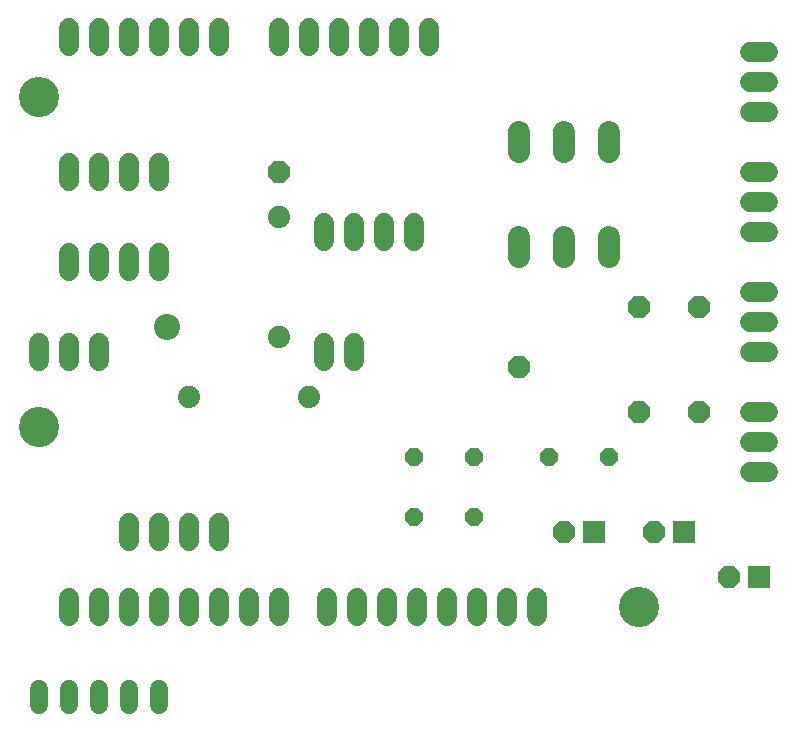
<source format=gbr>
G04 EAGLE Gerber X2 export*
%TF.Part,Single*%
%TF.FileFunction,Soldermask,Bot,1*%
%TF.FilePolarity,Negative*%
%TF.GenerationSoftware,Autodesk,EAGLE,9.1.3*%
%TF.CreationDate,2018-09-07T19:40:15Z*%
G75*
%MOMM*%
%FSLAX34Y34*%
%LPD*%
%AMOC8*
5,1,8,0,0,1.08239X$1,22.5*%
G01*
%ADD10C,1.727200*%
%ADD11C,3.403200*%
%ADD12C,2.203200*%
%ADD13P,1.951982X8X22.500000*%
%ADD14C,1.879600*%
%ADD15C,1.879600*%
%ADD16P,1.649562X8X22.500000*%
%ADD17P,2.034460X8X22.500000*%
%ADD18R,1.879600X1.879600*%
%ADD19C,1.524000*%


D10*
X472440Y45720D02*
X472440Y30480D01*
X447040Y30480D02*
X447040Y45720D01*
X421640Y45720D02*
X421640Y30480D01*
X396240Y30480D02*
X396240Y45720D01*
X370840Y45720D02*
X370840Y30480D01*
X345440Y30480D02*
X345440Y45720D01*
X320040Y45720D02*
X320040Y30480D01*
X294640Y30480D02*
X294640Y45720D01*
X254000Y45720D02*
X254000Y30480D01*
X228600Y30480D02*
X228600Y45720D01*
X203200Y45720D02*
X203200Y30480D01*
X177800Y30480D02*
X177800Y45720D01*
X152400Y45720D02*
X152400Y30480D01*
X127000Y30480D02*
X127000Y45720D01*
X101600Y45720D02*
X101600Y30480D01*
X76200Y30480D02*
X76200Y45720D01*
X381000Y513080D02*
X381000Y528320D01*
X355600Y528320D02*
X355600Y513080D01*
X330200Y513080D02*
X330200Y528320D01*
X304800Y528320D02*
X304800Y513080D01*
X279400Y513080D02*
X279400Y528320D01*
X254000Y528320D02*
X254000Y513080D01*
X203200Y513080D02*
X203200Y528320D01*
X177800Y528320D02*
X177800Y513080D01*
X152400Y513080D02*
X152400Y528320D01*
X127000Y528320D02*
X127000Y513080D01*
X101600Y513080D02*
X101600Y528320D01*
X76200Y528320D02*
X76200Y513080D01*
D11*
X558800Y38100D03*
X50800Y190500D03*
X50800Y469900D03*
D12*
X159504Y274962D03*
D10*
X292100Y347980D02*
X292100Y363220D01*
X317500Y363220D02*
X317500Y347980D01*
X342900Y347980D02*
X342900Y363220D01*
X368300Y363220D02*
X368300Y347980D01*
X76200Y398780D02*
X76200Y414020D01*
X101600Y414020D02*
X101600Y398780D01*
X127000Y398780D02*
X127000Y414020D01*
X152400Y414020D02*
X152400Y398780D01*
X76200Y337820D02*
X76200Y322580D01*
X101600Y322580D02*
X101600Y337820D01*
X127000Y337820D02*
X127000Y322580D01*
X152400Y322580D02*
X152400Y337820D01*
D13*
X457200Y241300D03*
X254000Y406400D03*
D10*
X50800Y261620D02*
X50800Y246380D01*
X76200Y246380D02*
X76200Y261620D01*
X101600Y261620D02*
X101600Y246380D01*
X127000Y109220D02*
X127000Y93980D01*
X152400Y93980D02*
X152400Y109220D01*
X177800Y109220D02*
X177800Y93980D01*
X203200Y93980D02*
X203200Y109220D01*
X292100Y246380D02*
X292100Y261620D01*
X317500Y261620D02*
X317500Y246380D01*
D14*
X457200Y334518D02*
X457200Y351282D01*
X495300Y351282D02*
X495300Y334518D01*
X533400Y334518D02*
X533400Y351282D01*
X457200Y423418D02*
X457200Y440182D01*
X495300Y440182D02*
X495300Y423418D01*
X533400Y423418D02*
X533400Y440182D01*
D15*
X254000Y266700D03*
X254000Y368300D03*
X177800Y215900D03*
X279400Y215900D03*
D16*
X368300Y165100D03*
X419100Y165100D03*
X482600Y165100D03*
X533400Y165100D03*
X368300Y114300D03*
X419100Y114300D03*
D17*
X495300Y101600D03*
D18*
X520700Y101600D03*
D17*
X571500Y101600D03*
D18*
X596900Y101600D03*
D17*
X635000Y63500D03*
D18*
X660400Y63500D03*
D13*
X558800Y203200D03*
X609600Y203200D03*
X609600Y292100D03*
X558800Y292100D03*
D10*
X652780Y508000D02*
X668020Y508000D01*
X668020Y482600D02*
X652780Y482600D01*
X652780Y457200D02*
X668020Y457200D01*
X668020Y406400D02*
X652780Y406400D01*
X652780Y381000D02*
X668020Y381000D01*
X668020Y355600D02*
X652780Y355600D01*
X652780Y304800D02*
X668020Y304800D01*
X668020Y279400D02*
X652780Y279400D01*
X652780Y254000D02*
X668020Y254000D01*
X668020Y203200D02*
X652780Y203200D01*
X652780Y177800D02*
X668020Y177800D01*
X668020Y152400D02*
X652780Y152400D01*
D19*
X50800Y-31496D02*
X50800Y-44704D01*
X76200Y-44704D02*
X76200Y-31496D01*
X101600Y-31496D02*
X101600Y-44704D01*
X127000Y-44704D02*
X127000Y-31496D01*
X152400Y-31496D02*
X152400Y-44704D01*
M02*

</source>
